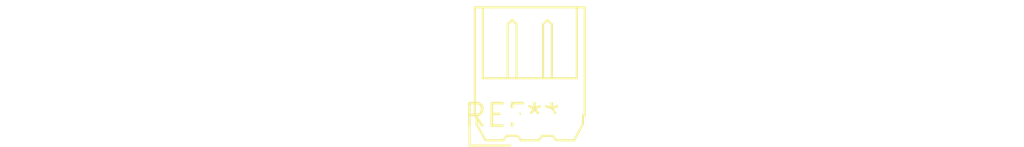
<source format=kicad_pcb>
(kicad_pcb (version 20240108) (generator pcbnew)
  (layers (0 "F.Cu" signal) (31 "B.Cu" signal) (34 "B.Paste" user) (35 "F.Paste" user) (36 "B.SilkS" user "B.Silkscreen") (37 "F.SilkS" user "F.Silkscreen") (38 "B.Mask" user) (39 "F.Mask" user) (44 "Edge.Cuts" user))
  (net 0 "")
  (footprint "Molex_Micro-Latch_53254-0270_1x02_P2.00mm_Horizontal" (layer "F.Cu") (at 0 0)
    (property "Reference" "REF**")
    (property "Value" "Molex_Micro-Latch_53254-0270_1x02_P2.00mm_Horizontal")
    (fp_line (start -2.41 1.71) (end -2.41 -0.59) (layer "F.SilkS") (stroke (width 0.12)))
    (fp_line (start -2.11 -6.11) (end 1 -6.11) (layer "F.SilkS") (stroke (width 0.12)))
    (fp_line (start -2.11 0) (end -2.11 -6.11) (layer "F.SilkS") (stroke (width 0.12)))
    (fp_line (start -2.01 0) (end -2.11 0) (layer "F.SilkS") (stroke (width 0.12)))
    (fp_line (start -2.01 0.5) (end -2.01 0) (layer "F.SilkS") (stroke (width 0.12)))
    (fp_line (start -1.66 -6.11) (end -1.66 -2.1) (layer "F.SilkS") (stroke (width 0.12)))
    (fp_line (start -1.66 -2.1) (end 3.66 -2.1) (layer "F.SilkS") (stroke (width 0.12)))
    (fp_line (start -1.51 1.41) (end -2.01 0.5) (layer "F.SilkS") (stroke (width 0.12)))
    (fp_line (start -0.5 1.41) (end -1.51 1.41) (layer "F.SilkS") (stroke (width 0.12)))
    (fp_line (start -0.3 1.16) (end -0.5 1.41) (layer "F.SilkS") (stroke (width 0.12)))
    (fp_line (start -0.3 1.16) (end 0.3 1.16) (layer "F.SilkS") (stroke (width 0.12)))
    (fp_line (start -0.25 -5.15) (end 0 -5.4) (layer "F.SilkS") (stroke (width 0.12)))
    (fp_line (start -0.25 -2.1) (end -0.25 -5.15) (layer "F.SilkS") (stroke (width 0.12)))
    (fp_line (start -0.11 1.71) (end -2.41 1.71) (layer "F.SilkS") (stroke (width 0.12)))
    (fp_line (start 0 -5.4) (end 0.25 -5.15) (layer "F.SilkS") (stroke (width 0.12)))
    (fp_line (start 0.25 -5.15) (end 0.25 -2.1) (layer "F.SilkS") (stroke (width 0.12)))
    (fp_line (start 0.3 1.16) (end 0.5 1.41) (layer "F.SilkS") (stroke (width 0.12)))
    (fp_line (start 0.5 1.41) (end 1.5 1.41) (layer "F.SilkS") (stroke (width 0.12)))
    (fp_line (start 1.5 1.41) (end 1.7 1.16) (layer "F.SilkS") (stroke (width 0.12)))
    (fp_line (start 1.7 1.16) (end 2.3 1.16) (layer "F.SilkS") (stroke (width 0.12)))
    (fp_line (start 1.75 -5.15) (end 2 -5.4) (layer "F.SilkS") (stroke (width 0.12)))
    (fp_line (start 1.75 -2.1) (end 1.75 -5.15) (layer "F.SilkS") (stroke (width 0.12)))
    (fp_line (start 2 -5.4) (end 2.25 -5.15) (layer "F.SilkS") (stroke (width 0.12)))
    (fp_line (start 2.25 -5.15) (end 2.25 -2.1) (layer "F.SilkS") (stroke (width 0.12)))
    (fp_line (start 2.3 1.16) (end 2.5 1.41) (layer "F.SilkS") (stroke (width 0.12)))
    (fp_line (start 2.5 1.41) (end 3.51 1.41) (layer "F.SilkS") (stroke (width 0.12)))
    (fp_line (start 3.51 1.41) (end 4.01 0.5) (layer "F.SilkS") (stroke (width 0.12)))
    (fp_line (start 3.66 -2.1) (end 3.66 -6.11) (layer "F.SilkS") (stroke (width 0.12)))
    (fp_line (start 4.01 0) (end 4.11 0) (layer "F.SilkS") (stroke (width 0.12)))
    (fp_line (start 4.01 0.5) (end 4.01 0) (layer "F.SilkS") (stroke (width 0.12)))
    (fp_line (start 4.11 -6.11) (end 1 -6.11) (layer "F.SilkS") (stroke (width 0.12)))
    (fp_line (start 4.11 0) (end 4.11 -6.11) (layer "F.SilkS") (stroke (width 0.12)))
    (pad "1" thru_hole roundrect (at 0 0) (size 1.2 1.8) (drill 0.8) (layers *.Cu *.Mask) (remove_unused_layers) (roundrect_rratio 0.208333))
    (pad "2" thru_hole oval (at 2 0) (size 1.2 1.8) (drill 0.8) (layers *.Cu *.Mask) (remove_unused_layers))
  )
)
</source>
